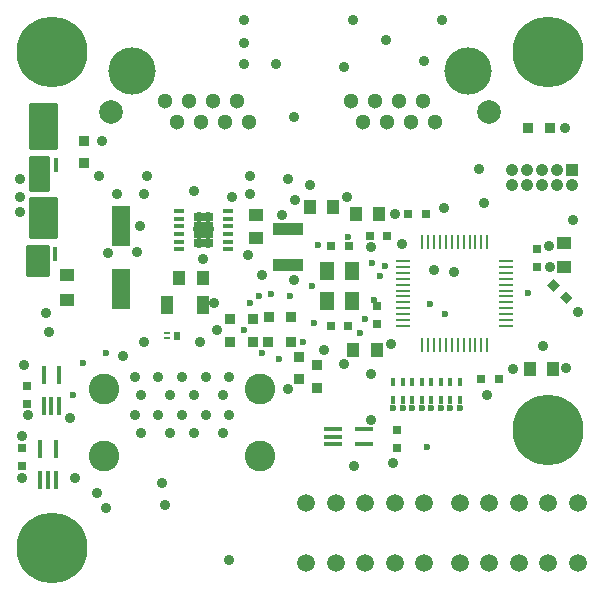
<source format=gts>
G04 #@! TF.FileFunction,Soldermask,Top*
%FSLAX46Y46*%
G04 Gerber Fmt 4.6, Leading zero omitted, Abs format (unit mm)*
G04 Created by KiCad (PCBNEW 4.0.6-e0-6349~52~ubuntu16.10.1) date Fri May 26 15:17:48 2017*
%MOMM*%
%LPD*%
G01*
G04 APERTURE LIST*
%ADD10C,0.150000*%
%ADD11C,1.300000*%
%ADD12C,4.000000*%
%ADD13C,2.000000*%
%ADD14R,1.000000X1.600000*%
%ADD15R,1.000000X1.250000*%
%ADD16R,1.250000X1.000000*%
%ADD17R,2.500000X1.000000*%
%ADD18R,0.800000X0.750000*%
%ADD19R,1.050000X1.050000*%
%ADD20C,1.050000*%
%ADD21C,6.000000*%
%ADD22R,1.300000X1.000000*%
%ADD23R,0.405000X1.300000*%
%ADD24R,2.235000X1.725000*%
%ADD25R,1.300000X0.250000*%
%ADD26R,0.250000X1.300000*%
%ADD27R,0.890000X0.420000*%
%ADD28R,0.825000X0.712500*%
%ADD29R,0.400000X1.500000*%
%ADD30C,0.900000*%
%ADD31C,2.600000*%
%ADD32C,1.500000*%
%ADD33R,0.430000X0.760000*%
%ADD34R,0.750000X0.800000*%
%ADD35R,1.300000X1.600000*%
%ADD36R,1.600000X3.500000*%
%ADD37R,1.500000X0.400000*%
%ADD38R,0.600000X0.250000*%
%ADD39R,0.600000X0.700000*%
%ADD40R,0.900000X0.900000*%
%ADD41C,0.889000*%
%ADD42C,0.600000*%
%ADD43C,0.254000*%
G04 APERTURE END LIST*
D10*
D11*
X29325000Y-8140000D03*
X35415000Y-8140000D03*
X31355000Y-8140000D03*
X33385000Y-8140000D03*
X30345000Y-9920000D03*
X32375000Y-9920000D03*
X34405000Y-9920000D03*
X36435000Y-9920000D03*
D12*
X10775000Y-5600000D03*
D13*
X41000000Y-9030000D03*
D11*
X20685000Y-9920000D03*
X18655000Y-9920000D03*
X16625000Y-9920000D03*
X14595000Y-9920000D03*
X17635000Y-8140000D03*
X15605000Y-8140000D03*
X19665000Y-8140000D03*
X13575000Y-8140000D03*
D12*
X39225000Y-5600000D03*
D13*
X9000000Y-9030000D03*
D14*
X13750000Y-25425000D03*
X16750000Y-25425000D03*
D15*
X14750000Y-23150000D03*
X16750000Y-23150000D03*
D16*
X21250000Y-19750000D03*
X21250000Y-17750000D03*
D17*
X24000000Y-22000000D03*
X24000000Y-19000000D03*
D15*
X25800000Y-17100000D03*
X27800000Y-17100000D03*
D16*
X47350000Y-20150000D03*
X47350000Y-22150000D03*
D15*
X31700000Y-17700000D03*
X29700000Y-17700000D03*
X31500000Y-29250000D03*
X29500000Y-29250000D03*
X44450000Y-30850000D03*
X46450000Y-30850000D03*
D18*
X27600000Y-27150000D03*
X29100000Y-27150000D03*
X29150000Y-20400000D03*
X27650000Y-20400000D03*
D19*
X48000000Y-14000000D03*
D20*
X46730000Y-14000000D03*
X45460000Y-14000000D03*
X44190000Y-14000000D03*
X42920000Y-14000000D03*
X46730000Y-15270000D03*
X45460000Y-15270000D03*
X44190000Y-15270000D03*
X42920000Y-15270000D03*
X48000000Y-15270000D03*
D21*
X46000000Y-4000000D03*
X46000000Y-36000000D03*
X4000000Y-4000000D03*
X4000000Y-46000000D03*
D22*
X5250000Y-24975000D03*
X5250000Y-22875000D03*
D23*
X4325000Y-10025000D03*
X3675000Y-10025000D03*
X3025000Y-10025000D03*
X2375000Y-10025000D03*
X2375000Y-13510000D03*
X3025000Y-13510000D03*
X3675000Y-13510000D03*
X4325000Y-13510000D03*
D24*
X3350000Y-11375000D03*
D23*
X4225000Y-17575000D03*
X3575000Y-17575000D03*
X2925000Y-17575000D03*
X2275000Y-17575000D03*
X2275000Y-21060000D03*
X2925000Y-21060000D03*
X3575000Y-21060000D03*
X4225000Y-21060000D03*
D24*
X3250000Y-18925000D03*
D25*
X33750000Y-21675000D03*
X33750000Y-22175000D03*
X33750000Y-22675000D03*
X33750000Y-23175000D03*
X33750000Y-23675000D03*
X33750000Y-24175000D03*
X33750000Y-24675000D03*
X33750000Y-25175000D03*
X33750000Y-25675000D03*
X33750000Y-26175000D03*
X33750000Y-26675000D03*
X33750000Y-27175000D03*
D26*
X35350000Y-28775000D03*
X35850000Y-28775000D03*
X36350000Y-28775000D03*
X36850000Y-28775000D03*
X37350000Y-28775000D03*
X37850000Y-28775000D03*
X38350000Y-28775000D03*
X38850000Y-28775000D03*
X39350000Y-28775000D03*
X39850000Y-28775000D03*
X40350000Y-28775000D03*
X40850000Y-28775000D03*
D25*
X42450000Y-27175000D03*
X42450000Y-26675000D03*
X42450000Y-26175000D03*
X42450000Y-25675000D03*
X42450000Y-25175000D03*
X42450000Y-24675000D03*
X42450000Y-24175000D03*
X42450000Y-23675000D03*
X42450000Y-23175000D03*
X42450000Y-22675000D03*
X42450000Y-22175000D03*
X42450000Y-21675000D03*
D26*
X40850000Y-20075000D03*
X40350000Y-20075000D03*
X39850000Y-20075000D03*
X39350000Y-20075000D03*
X38850000Y-20075000D03*
X38350000Y-20075000D03*
X37850000Y-20075000D03*
X37350000Y-20075000D03*
X36850000Y-20075000D03*
X36350000Y-20075000D03*
X35850000Y-20075000D03*
X35350000Y-20075000D03*
D27*
X14720000Y-17425000D03*
X14720000Y-18075000D03*
X14720000Y-18725000D03*
X14720000Y-19375000D03*
X14720000Y-20025000D03*
X14720000Y-20675000D03*
X18930000Y-20675000D03*
X18930000Y-20025000D03*
X18930000Y-19375000D03*
X18930000Y-18725000D03*
X18930000Y-18075000D03*
X18930000Y-17425000D03*
D28*
X17237500Y-20118750D03*
X17237500Y-19406250D03*
X17237500Y-18693750D03*
X17237500Y-17981250D03*
X16412500Y-20118750D03*
X16412500Y-19406250D03*
X16412500Y-18693750D03*
X16412500Y-17981250D03*
D29*
X3000000Y-40230000D03*
X3650000Y-40230000D03*
X4300000Y-40230000D03*
X4300000Y-37570000D03*
X3000000Y-37570000D03*
D30*
X19000000Y-31500000D03*
X17000000Y-31500000D03*
X15000000Y-31500000D03*
X13000000Y-31500000D03*
X18500000Y-33000000D03*
X16000000Y-33000000D03*
X14000000Y-33000000D03*
X11000000Y-31500000D03*
X11500000Y-33000000D03*
X19000000Y-34700000D03*
X17000000Y-34700000D03*
X15000000Y-34700000D03*
X13000000Y-34700000D03*
X11000000Y-34700000D03*
X18500000Y-36200000D03*
X16000000Y-36200000D03*
X14000000Y-36200000D03*
D31*
X21570000Y-32520000D03*
X8430000Y-32520000D03*
X8430000Y-38200000D03*
D30*
X11500000Y-36200000D03*
D31*
X21570000Y-38200000D03*
D32*
X41000000Y-47200000D03*
X38500000Y-47200000D03*
X38500000Y-42200000D03*
X41000000Y-42200000D03*
X48500000Y-42200000D03*
X48500000Y-47200000D03*
X46000000Y-47200000D03*
X46000000Y-42200000D03*
X43500000Y-47200000D03*
X43500000Y-42200000D03*
X28000000Y-47200000D03*
X25500000Y-47200000D03*
X25500000Y-42200000D03*
X28000000Y-42200000D03*
X35500000Y-42200000D03*
X35500000Y-47200000D03*
X33000000Y-47200000D03*
X33000000Y-42200000D03*
X30500000Y-47200000D03*
X30500000Y-42200000D03*
D33*
X36100000Y-31890000D03*
X36100000Y-33410000D03*
X35300000Y-31890000D03*
X35300000Y-33410000D03*
X36900000Y-31890000D03*
X34500000Y-31890000D03*
X34500000Y-33410000D03*
X36900000Y-33410000D03*
X33700000Y-31890000D03*
X32900000Y-31890000D03*
X38500000Y-31890000D03*
X37700000Y-31890000D03*
X37700000Y-33410000D03*
X38500000Y-33410000D03*
X32900000Y-33410000D03*
X33700000Y-33410000D03*
D34*
X45050000Y-20650000D03*
X45050000Y-22150000D03*
D18*
X32400000Y-19550000D03*
X30900000Y-19550000D03*
X41850000Y-31650000D03*
X40350000Y-31650000D03*
D34*
X31500000Y-27000000D03*
X31500000Y-25500000D03*
D18*
X34150000Y-17700000D03*
X35650000Y-17700000D03*
D10*
G36*
X48078338Y-24798008D02*
X47548008Y-25328338D01*
X46982322Y-24762652D01*
X47512652Y-24232322D01*
X48078338Y-24798008D01*
X48078338Y-24798008D01*
G37*
G36*
X47017678Y-23737348D02*
X46487348Y-24267678D01*
X45921662Y-23701992D01*
X46451992Y-23171662D01*
X47017678Y-23737348D01*
X47017678Y-23737348D01*
G37*
D35*
X29400000Y-25050000D03*
X29400000Y-22550000D03*
X27300000Y-22550000D03*
X27300000Y-25050000D03*
D36*
X9825000Y-24075000D03*
X9825000Y-18675000D03*
D34*
X1450000Y-39000000D03*
X1450000Y-37500000D03*
X1880000Y-32250000D03*
X1880000Y-33750000D03*
D37*
X27770000Y-35900000D03*
X27770000Y-36550000D03*
X27770000Y-37200000D03*
X30430000Y-37200000D03*
X30430000Y-35900000D03*
D34*
X33200000Y-37500000D03*
X33200000Y-36000000D03*
D38*
X13700000Y-27775000D03*
X13700000Y-28225000D03*
D39*
X14600000Y-28000000D03*
D29*
X3280000Y-33970000D03*
X3930000Y-33970000D03*
X4580000Y-33970000D03*
X4580000Y-31310000D03*
X3280000Y-31310000D03*
D40*
X26450000Y-32400000D03*
X26450000Y-30500000D03*
X24250000Y-26425000D03*
X22350000Y-26425000D03*
X24900000Y-31700000D03*
X24900000Y-29800000D03*
X21000000Y-26550000D03*
X19100000Y-26550000D03*
X24200000Y-28500000D03*
X22300000Y-28500000D03*
X21000000Y-28500000D03*
X19100000Y-28500000D03*
X46175000Y-10400000D03*
X44275000Y-10400000D03*
X6675000Y-11475000D03*
X6675000Y-13375000D03*
D41*
X24500000Y-9500000D03*
X35500000Y-4750000D03*
X28750000Y-5250000D03*
X48100000Y-18200000D03*
D42*
X37300000Y-26150000D03*
X36000000Y-25350000D03*
D41*
X3500000Y-26100000D03*
X36300000Y-22400000D03*
X38000000Y-22600000D03*
X20250000Y-1250000D03*
X20250000Y-3250000D03*
X20250000Y-5000000D03*
X23000000Y-5000000D03*
X40600000Y-16800000D03*
X3750000Y-27650000D03*
X37000000Y-1250000D03*
X32250000Y-3000000D03*
X29500000Y-1250000D03*
X2000000Y-34750000D03*
X5500000Y-35000000D03*
D42*
X31250000Y-25000000D03*
D41*
X48500000Y-26000000D03*
X47500000Y-30750000D03*
D42*
X21500000Y-24600000D03*
D41*
X37200000Y-17200000D03*
X47400000Y-10400000D03*
X33650000Y-20250000D03*
X21800000Y-22900000D03*
X20750000Y-14500000D03*
X12000000Y-14500000D03*
X20750000Y-16000000D03*
X9500000Y-16000000D03*
X8250000Y-11500000D03*
X11750000Y-16000000D03*
X24000000Y-32500000D03*
X29550000Y-39050000D03*
X32900000Y-38800000D03*
X19000000Y-47000000D03*
X28700000Y-30400000D03*
X31000000Y-31200000D03*
X40150000Y-13850000D03*
X31000000Y-20500000D03*
D42*
X29100000Y-19650000D03*
X20250000Y-27500000D03*
D41*
X17750000Y-25250000D03*
X1450000Y-40050000D03*
X5950000Y-40050000D03*
X8600000Y-42550000D03*
X1650000Y-30450000D03*
X8700000Y-21000000D03*
X46150000Y-22150000D03*
X29000000Y-16250000D03*
X11750000Y-28500000D03*
X16000000Y-15750000D03*
X19250000Y-16250000D03*
X16750000Y-21500000D03*
X24500000Y-23250000D03*
X16412500Y-17981250D03*
X16400000Y-19000000D03*
X17250000Y-19000000D03*
X16412500Y-20118750D03*
X17237500Y-20118750D03*
X17237500Y-17981250D03*
X11475000Y-18675000D03*
X11175000Y-20925000D03*
X40800000Y-33000000D03*
D42*
X26200000Y-26900000D03*
X30100000Y-27800000D03*
X30500000Y-26550000D03*
X31050000Y-21850000D03*
X31800000Y-22950000D03*
X35750000Y-37450000D03*
X26000000Y-23750000D03*
X26500000Y-20350000D03*
D41*
X24600000Y-16500000D03*
X24000000Y-14750000D03*
X23500000Y-17750000D03*
X32700000Y-28700000D03*
X27050000Y-29250000D03*
X25800000Y-15200000D03*
X10000000Y-29750000D03*
X31000000Y-35100000D03*
X16500000Y-28500000D03*
X17950000Y-27550000D03*
X13600000Y-42350000D03*
X1450000Y-36500000D03*
X43050000Y-30850000D03*
X33000000Y-17700000D03*
X45550000Y-28850000D03*
X46050000Y-20400000D03*
X8000000Y-14475000D03*
X1250000Y-17500000D03*
X1250000Y-16250000D03*
X1250000Y-14750000D03*
D42*
X32200000Y-22100000D03*
D41*
X20600000Y-21200000D03*
D42*
X37700000Y-34100000D03*
X38500000Y-34100000D03*
X35300000Y-34100000D03*
X36100000Y-34100000D03*
X34500000Y-34100000D03*
X36900000Y-34100000D03*
X32900000Y-34100000D03*
X33700000Y-34100000D03*
X24150000Y-24650000D03*
X20750000Y-25250000D03*
X25250000Y-28500000D03*
X21750000Y-29500000D03*
X22500000Y-24500000D03*
X23250000Y-30000000D03*
D41*
X7800000Y-41350000D03*
X13350000Y-40450000D03*
D42*
X44300000Y-24350000D03*
X5750000Y-33000000D03*
X8600000Y-29450000D03*
X6600000Y-30350000D03*
D43*
G36*
X4373000Y-12123000D02*
X2127000Y-12123000D01*
X2127000Y-8377000D01*
X4373000Y-8377000D01*
X4373000Y-12123000D01*
X4373000Y-12123000D01*
G37*
X4373000Y-12123000D02*
X2127000Y-12123000D01*
X2127000Y-8377000D01*
X4373000Y-8377000D01*
X4373000Y-12123000D01*
G36*
X3623000Y-15623000D02*
X2127000Y-15623000D01*
X2127000Y-12877000D01*
X3623000Y-12877000D01*
X3623000Y-15623000D01*
X3623000Y-15623000D01*
G37*
X3623000Y-15623000D02*
X2127000Y-15623000D01*
X2127000Y-12877000D01*
X3623000Y-12877000D01*
X3623000Y-15623000D01*
G36*
X4373000Y-19623000D02*
X2127000Y-19623000D01*
X2127000Y-16377000D01*
X4373000Y-16377000D01*
X4373000Y-19623000D01*
X4373000Y-19623000D01*
G37*
X4373000Y-19623000D02*
X2127000Y-19623000D01*
X2127000Y-16377000D01*
X4373000Y-16377000D01*
X4373000Y-19623000D01*
G36*
X3623000Y-22873000D02*
X1877000Y-22873000D01*
X1877000Y-20377000D01*
X3623000Y-20377000D01*
X3623000Y-22873000D01*
X3623000Y-22873000D01*
G37*
X3623000Y-22873000D02*
X1877000Y-22873000D01*
X1877000Y-20377000D01*
X3623000Y-20377000D01*
X3623000Y-22873000D01*
M02*

</source>
